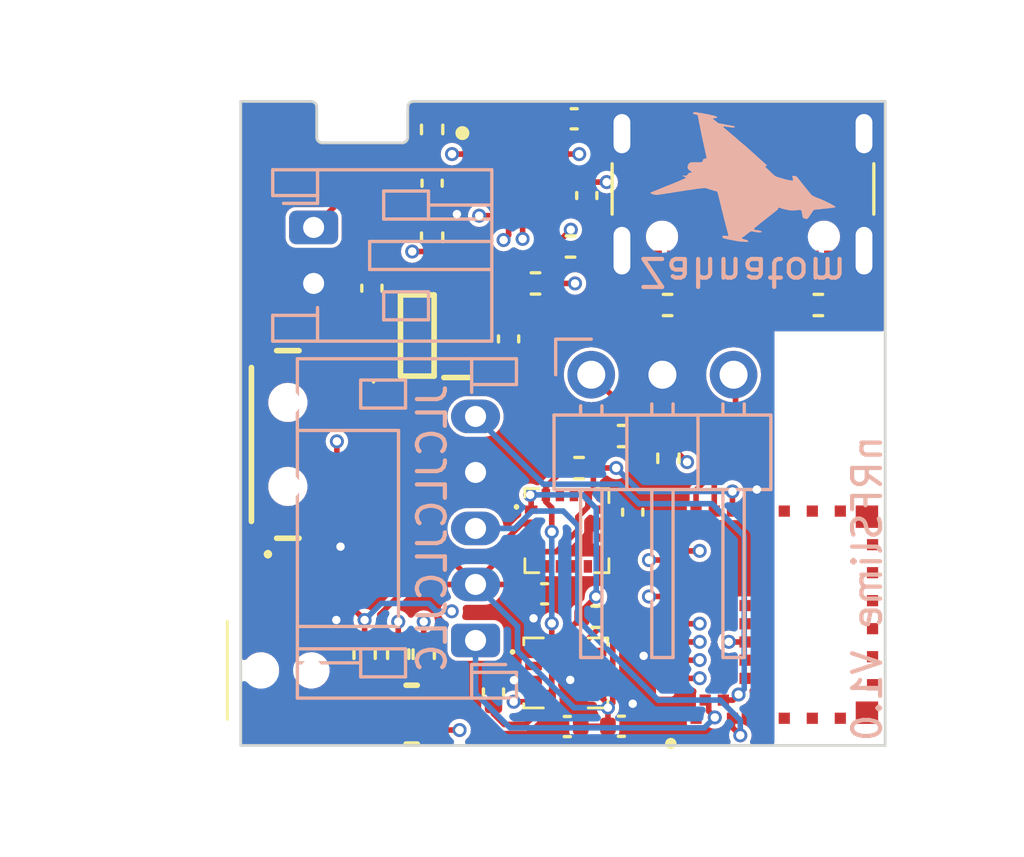
<source format=kicad_pcb>
(kicad_pcb (version 20221018) (generator pcbnew)
  (layers (0 "F.Cu" mixed) (1 "In1.Cu" signal) (2 "In2.Cu" signal) (31 "B.Cu" mixed) (34 "B.Paste" user) (35 "F.Paste" user) (36 "B.SilkS" user "B.Silkscreen") (37 "F.SilkS" user "F.Silkscreen") (38 "B.Mask" user) (39 "F.Mask" user) (44 "Edge.Cuts" user))
  (net 0 "")
  (net 1 "GND")
  (net 2 "INT")
  (net 3 "VDD")
  (net 4 "SCL")
  (net 5 "SDA")
  (net 6 "BAT+")
  (net 7 "VIN")
  (net 8 "SDAAUX")
  (net 9 "INT2")
  (net 10 "SCLAUX")
  (net 11 "RST")
  (net 12 "SWDIO")
  (net 13 "SWDCLK")
  (net 14 "ADCBAT")
  (net 15 "CHRGSET")
  (net 16 "CC1")
  (net 17 "CC2")
  (net 18 "VBUS")
  (net 19 "Net-(MAG1-CAP)")
  (net 38 "TS")
  (net 66 "Net-(nRF1-OUT_ANT)")
  (net 67 "LEDG")
  (net 68 "LEDCHG")
  (net 69 "/RED")
  (net 70 "/BLUE")
  (net 71 "/GREEN")
  (net 74 "LEDSTBY")
  (net 76 "EN2")
  (net 77 "EN1")
  (net 78 "ILIM")
  (net 79 "VCC")
  (footprint "Capacitor_SMD:C_0402_1005Metric" (layer "F.Cu") (at 108.99 66.67 90)
    (fp_text reference "C4" hide)
    (fp_text value "10uF")
  )
  (footprint "Resistor_SMD:R_0402_1005Metric" (layer "F.Cu") (at 110.265 64.745 -90)
    (fp_text reference "R9" hide)
    (fp_text value "51k")
  )
  (footprint "Capacitor_SMD:C_0402_1005Metric" (layer "F.Cu") (at 104.56 60.48 -90)
    (fp_text reference "C9" hide)
    (fp_text value "1uF")
  )
  (footprint "Resistor_SMD:R_0402_1005Metric" (layer "F.Cu") (at 101.53 71.74 -90)
    (fp_text reference "R10" hide)
    (fp_text value "120")
  )
  (footprint "Capacitor_SMD:C_0402_1005Metric" (layer "F.Cu") (at 108.585 74.315)
    (fp_text reference "C3" hide)
    (fp_text value "2.2uF")
  )
  (footprint "Resistor_SMD:R_0402_1005Metric" (layer "F.Cu") (at 101.83 56.85 90)
    (fp_text reference "R16" hide)
    (fp_text value "10k")
  )
  (footprint "Capacitor_SMD:C_0402_1005Metric" (layer "F.Cu") (at 105.845 69.585)
    (fp_text reference "C5" hide)
    (fp_text value "1uF")
  )
  (footprint "Capacitor_SMD:C_0402_1005Metric" (layer "F.Cu") (at 101.83 54.92 90)
    (fp_text reference "C7" hide)
    (fp_text value "10uF")
  )
  (footprint "Samacsys Library:ISP1507AXRS" (layer "F.Cu") (at 113.85 70.33 90)
    (fp_text reference "nRF1" hide)
    (fp_text value "ISP1507-AX-RS" hide)
  )
  (footprint "Samacsys Library:IIM42352" (layer "F.Cu") (at 106.6 72.41)
    (fp_text reference "IMU1" hide)
    (fp_text value "ICM-42688-V" hide)
  )
  (footprint "Samacsys Library:NHB2020RGBAHF" (layer "F.Cu") (at 101.1 73.9)
    (fp_text reference "LED1" hide)
    (fp_text value "NH-B2020RGBA-HF" hide)
  )
  (footprint "Resistor_SMD:R_0402_1005Metric" (layer "F.Cu") (at 107.685 70.405)
    (fp_text reference "R2" hide)
    (fp_text value "2.7k")
  )
  (footprint "Resistor_SMD:R_0402_1005Metric" (layer "F.Cu") (at 110.235 59.27 180)
    (fp_text reference "R5" hide)
    (fp_text value "5.1k")
  )
  (footprint "Samacsys Library:MMC5983MA" (layer "F.Cu") (at 106.64 67.33 90)
    (fp_text reference "MAG1" hide)
    (fp_text value "MMC5983MA" hide)
  )
  (footprint "Capacitor_SMD:C_0402_1005Metric" (layer "F.Cu") (at 99.68 58.67 90)
    (fp_text reference "C8" hide)
    (fp_text value "1uF")
  )
  (footprint "Resistor_SMD:R_0402_1005Metric" (layer "F.Cu") (at 106.77 57.18)
    (fp_text reference "R17" hide)
    (fp_text value "1.5k")
  )
  (footprint "Resistor_SMD:R_0402_1005Metric" (layer "F.Cu") (at 100.62 71.74 -90)
    (fp_text reference "R11" hide)
    (fp_text value "200")
  )
  (footprint "Samacsys Library:SKSCLBE010" (layer "F.Cu") (at 96.47 72.32 -90)
    (fp_text reference "RST1" hide)
    (fp_text value "SKSCLBE010" hide)
  )
  (footprint "Capacitor_SMD:C_0402_1005Metric" (layer "F.Cu") (at 107.35 55.36 -90)
    (fp_text reference "C10" hide)
    (fp_text value "10uF")
  )
  (footprint "Resistor_SMD:R_0402_1005Metric" (layer "F.Cu") (at 107.075 65.095)
    (fp_text reference "R1" hide)
    (fp_text value "2.7k")
  )
  (footprint "Samacsys Library:SSSS811101" (layer "F.Cu") (at 96.68 64.25 -90)
    (fp_text reference "SW1" hide)
    (fp_text value "SSSS811101" hide)
  )
  (footprint "Resistor_SMD:R_0402_1005Metric" (layer "F.Cu") (at 108.63 63.95)
    (fp_text reference "R8" hide)
    (fp_text value "100k")
  )
  (footprint "Capacitor_SMD:C_0402_1005Metric" (layer "F.Cu") (at 104.02 73.09 90)
    (fp_text reference "C1" hide)
    (fp_text value "10nF")
  )
  (footprint "Capacitor_SMD:C_0402_1005Metric" (layer "F.Cu") (at 106.655 74.325 180)
    (fp_text reference "C2" hide)
    (fp_text value "100nF")
  )
  (footprint "Resistor_SMD:R_0402_1005Metric" (layer "F.Cu") (at 115.615 59.27)
    (fp_text reference "R4" hide)
    (fp_text value "5.1k")
  )
  (footprint "Resistor_SMD:R_0402_1005Metric" (layer "F.Cu") (at 101.83 53 -90)
    (fp_text reference "R6" hide)
    (fp_text value "1.78k")
  )
  (footprint "Samacsys Library:SOT95P280X130-3N" (layer "F.Cu") (at 101.3 60.36 180)
    (fp_text reference "LDO1" hide)
    (fp_text value "XC6206P302MR" hide)
  )
  (footprint "Resistor_SMD:R_0402_1005Metric" (layer "F.Cu") (at 105.52 58.5 180)
    (fp_text reference "R7" hide)
    (fp_text value "200")
  )
  (footprint "Samacsys Library:QFN50P300X300X100-17N-D" (layer "F.Cu") (at 104.81 54.63)
    (fp_text reference "IC1" hide)
    (fp_text value "BQ24072RGTRG4" hide)
  )
  (footprint "Connector_USB:USB_C_Receptacle_GCT_USB4105-xx-A_16P_TopMnt_Horizontal" (layer "F.Cu") (at 112.925 54.225 180)
    (fp_text reference "USB1" hide)
    (fp_text value "USB_C_Receptacle_USB2.0")
  )
  (footprint "Capacitor_SMD:C_0402_1005Metric" (layer "F.Cu") (at 106.9 52.62 180)
    (fp_text reference "C6" hide)
    (fp_text value "10uF")
  )
  (footprint "Resistor_SMD:R_0402_1005Metric" (layer "F.Cu") (at 99.42 71.74 -90)
    (fp_text reference "R3" hide)
    (fp_text value "10k")
  )
  (footprint "Connector_PinHeader_2.54mm:PinHeader_1x03_P2.54mm_Horizontal" (layer "B.Cu") (at 107.51 61.76 -90)
    (fp_text reference "PROG1" hide)
    (fp_text value "Conn_01x03_Pin")
  )
  (footprint "LOGO" (layer "B.Cu") (at 112.925 54.725)
    (fp_text reference "G***" hide)
    (fp_text value "LOGO" hide)
  )
  (footprint "Connector_JST:JST_PH_S5B-PH-K_1x05_P2.00mm_Horizontal" (layer "B.Cu") (at 103.38 71.25 90)
    (fp_text reference "EXT1" hide)
    (fp_text value "Conn_01x05_Pin")
  )
  (footprint "Connector_JST:JST_PH_S2B-PH-K_1x02_P2.00mm_Horizontal" (layer "B.Cu") (at 97.6 56.5 -90)
    (fp_text reference "BAT1" hide)
    (fp_text value "Conn_01x02_Pin")
  )
  (gr_arc (start 97.51 52) (mid 97.651422 52.058578) (end 97.71 52.2) (stroke (width 0.1)) (layer "Edge.Cuts"))
  (gr_arc (start 100.961422 53.28) (mid 100.902844 53.421422) (end 100.761422 53.48) (stroke (width 0.1)) (layer "Edge.Cuts"))
  (gr_arc (start 100.961422 52.2) (mid 101.02 52.058578) (end 101.161422 52) (stroke (width 0.1)) (layer "Edge.Cuts"))
  (gr_line (start 97.91 53.48) (end 100.761422 53.48) (stroke (width 0.1)) (layer "Edge.Cuts"))
  (gr_line (start 101.161422 52) (end 118 52) (stroke (width 0.1)) (layer "Edge.Cuts"))
  (gr_line (start 100.961422 52.2) (end 100.961422 53.28) (stroke (width 0.1)) (layer "Edge.Cuts"))
  (gr_arc (start 97.91 53.48) (mid 97.768578 53.421422) (end 97.71 53.28) (stroke (width 0.1)) (layer "Edge.Cuts"))
  (gr_line (start 95 52) (end 97.51 52) (stroke (width 0.1)) (layer "Edge.Cuts"))
  (gr_line (start 118 52) (end 118 75) (stroke (width 0.1)) (layer "Edge.Cuts"))
  (gr_line (start 118 75) (end 95 75) (stroke (width 0.1)) (layer "Edge.Cuts"))
  (gr_line (start 97.71 52.2) (end 97.71 53.28) (stroke (width 0.1)) (layer "Edge.Cuts"))
  (gr_line (start 95 75) (end 95 52) (stroke (width 0.1)) (layer "Edge.Cuts"))
  (gr_text "nRFSlime V1.0" (at 117.95 74.95 90) (layer "B.SilkS") (effects (font (size 1 1)) (justify right bottom mirror)))
  (gr_text "JLCJLCJLCJLC" (at 101.83 67.25 90) (layer "B.SilkS") (effects (font (size 1 1)) (justify mirror)))
  (gr_text "Zahnatom" (at 112.92 58.08 180) (layer "B.SilkS") (effects (font (size 1 1)) (justify mirror)))
  (segment (start 107.253 69.057) (end 107.767 69.057) (width 0.2) (layer "F.Cu") (net 1))
  (segment (start 113 68.055) (end 113.325 67.73) (width 0.2) (layer "F.Cu") (net 1))
  (segment (start 113.65 73.63) (end 113.45 73.83) (width 0.2) (layer "F.Cu") (net 1))
  (segment (start 113 68.055) (end 113 69.355) (width 0.2) (layer "F.Cu") (net 1))
  (segment (start 105.45 70.46) (end 105.45 71.66) (width 0.2) (layer "F.Cu") (net 1))
  (segment (start 101.29 54.98) (end 101.83 54.44) (width 0.2) (layer "F.Cu") (net 1))
  (segment (start 107.46 72.66) (end 107.75 72.66) (width 0.2) (layer "F.Cu") (net 1))
  (segment (start 99.68 58.19) (end 99.37 58.5) (width 0.2) (layer "F.Cu") (net 1))
  (segment (start 99.76 56.34) (end 97.6 58.5) (width 0.2) (layer "F.Cu") (net 1))
  (segment (start 109.065 73.585) (end 108.99 73.51) (width 0.2) (layer "F.Cu") (net 1))
  (segment (start 98.41 70.52) (end 97.27 70.52) (width 0.2) (layer "F.Cu") (net 1))
  (segment (start 107.1 73.31) (end 107.1 73.02) (width 0.2) (layer "F.Cu") (net 1))
  (segment (start 102.385 56.025) (end 102.715 56.025) (width 0.2) (layer "F.Cu") (net 1))
  (segment (start 116.125 59.27) (end 116.125 57.905) (width 0.2) (layer "F.Cu") (net 1))
  (segment (start 104.21 61.31) (end 102.7 61.31) (width 0.2) (layer "F.Cu") (net 1))
  (segment (start 107.463 68.053) (end 107.463 67.107) (width 0.2) (layer "F.Cu") (net 1))
  (segment (start 107.38 52.62) (end 108.075 52.62) (width 0.2) (layer "F.Cu") (net 1))
  (segment (start 96.25 57.65) (end 96.25 55.83) (width 0.2) (layer "F.Cu") (net 1))
  (segment (start 98.56 67.9) (end 97.78 67.9) (width 0.2) (layer "F.Cu") (net 1))
  (segment (start 107.915 67.08) (end 108.2 67.08) (width 0.2) (layer "F.Cu") (net 1))
  (segment (start 99.37 58.5) (end 97.6 58.5) (width 0.2) (layer "F.Cu") (net 1))
  (segment (start 97.1 58.5) (end 96.25 57.65) (width 0.2) (layer "F.Cu") (net 1))
  (segment (start 102.7 61.31) (end 102.278 61.732) (width 0.2) (layer "F.Cu") (net 1))
  (segment (start 113.325 67.73) (end 113.65 67.73) (width 0.2) (layer "F.Cu") (net 1))
  (segment (start 98.42 72.32) (end 98.42 71.67) (width 0.2) (layer "F.Cu") (net 1))
  (segment (start 107.915 68.909) (end 107.915 68.08) (width 0.2) (layer "F.Cu") (net 1))
  (segment (start 110.35 66.83) (end 110.577 67.057) (width 0.2) (layer "F.Cu") (net 1))
  (segment (start 104.56 60.96) (end 104.21 61.31) (width 0.2) (layer "F.Cu") (net 1))
  (segment (start 113.65 67.03) (end 113.45 66.83) (width 0.2) (layer "F.Cu") (net 1))
  (segment (start 102.07 56.34) (end 102.385 56.025) (width 0.2) (layer "F.Cu") (net 1))
  (segment (start 109.725 57.905) (end 109.18 57.905) (width 0.2) (layer "F.Cu") (net 1))
  (segment (start 113 69.355) (end 113.155 69.355) (width 0.25) (layer "F.Cu") (net 1))
  (segment (start 101.83 54.44) (end 101.83 53.51) (width 0.2) (layer "F.Cu") (net 1))
  (segment (start 113.65 72.93) (end 113.65 73.63) (width 0.2) (layer "F.Cu") (net 1))
  (segment (start 110.265 66.745) (end 110.35 66.83) (width 0.2) (layer "F.Cu") (net 1))
  (segment (start 103.36 55.38) (end 104.06 55.38) (width 0.2) (layer "F.Cu") (net 1))
  (segment (start 116.125 57.905) (end 116.67 57.905) (width 0.2) (layer "F.Cu") (net 1))
  (segment (start 107.915 68.08) (end 107.49 68.08) (width 0.2) (layer "F.Cu") (net 1))
  (segment (start 107.49 68.08) (end 107.463 68.053) (width 0.2) (layer "F.Cu") (net 1))
  (segment (start 108.2 67.08) (end 108.99 66.29) (width 0.2) (layer "F.Cu") (net 1))
  (segment (start 105.56 56.08) (end 105.56 55.38) (width 0.2) (layer "F.Cu") (net 1))
  (segment (start 101.83 56.34) (end 99.76 56.34) (width 0.2) (layer "F.Cu") (net 1))
  (segment (start 109.18 57.905) (end 108.605 57.33) (width 0.2) (layer "F.Cu") (net 1))
  (segment (start 95.58 67.9) (end 97.78 67.9) (width 0.2) (layer "F.Cu") (net 1))
  (segment (start 104.56 53.18) (end 104.56 54.38) (width 0.2) (layer "F.Cu") (net 1))
  (segment (start 98.42 72.97) (end 98.42 72.32) (width 0.2) (layer "F.Cu") (net 1))
  (segment (start 108.075 52.62) (end 108.605 53.15) (width 0.2) (layer "F.Cu") (net 1))
  (segment (start 107.1 73.02) (end 107.46 72.66) (width 0.2) (layer "F.Cu") (net 1))
  (segment (start 106.6 73.31) (end 107.1 73.31) (width 0.2) (layer "F.Cu") (net 1))
  (segment (start 107.28 57.18) (end 108.455 57.18) (width 0.2) (layer "F.Cu") (net 1))
  (segment (start 104.02 72.61) (end 104.97 71.66) (width 0.2) (layer "F.Cu") (net 1))
  (segment (start 113.45 66.83) (end 113.45 65.89) (width 0.2) (layer "F.Cu") (net 1))
  (segment (start 106.6 73.9) (end 106.6 73.31) (width 0.2) (layer "F.Cu") (net 1))
  (segment (start 110.577 67.057) (end 113.223 67.057) (width 0.2) (layer "F.Cu") (net 1))
  (segment (start 104.06 55.38) (end 104.81 54.63) (width 0.2) (layer "F.Cu") (net 1))
  (segment (start 109.065 74.315) (end 109.865 74.315) (width 0.2) (layer "F.Cu") (net 1))
  (segment (start 109.065 74.315) (end 109.065 73.585) (width 0.2) (layer "F.Cu") (net 1))
  (segment (start 95.58 67.9) (end 95.58 60.6) (width 0.2) (layer "F.Cu") (net 1))
  (segment (start 116.67 57.905) (end 117.245 57.33) (width 0.2) (layer "F.Cu") (net 1))
  (segment (start 97.6 58.5) (end 97.1 58.5) (width 0.2) (layer "F.Cu") (net 1))
  (segment (start 102.278 64.148) (end 103.38 65.25) (width 0.2) (layer "F.Cu") (net 1))
  (segment (start 109.39 66.19) (end 110.03 66.83) (width 0.2) (layer "F.Cu") (net 1))
  (segment (start 113.223 67.057) (end 113.45 66.83) (width 0.2) (layer "F.Cu") (net 1))
  (segment (start 106.725 69.585) (end 107.253 69.057) (width 0.2) (layer "F.Cu") (net 1))
  (segment (start 107.49 67.08) (end 107.915 67.08) (width 0.2) (layer "F.Cu") (net 1))
  (segment (start 106.325 69.585) (end 106.725 69.585) (width 0.2) (layer "F.Cu") (net 1))
  (segment (start 109.865 74.315) (end 110.35 73.83) (width 0.2) (layer "F.Cu") (net 1))
  (segment (start 104.97 71.66) (end 105.45 71.66) (width 0.2) (layer "F.Cu") (net 1))
  (segment (start 108.99 66.19) (end 109.39 66.19) (width 0.2) (layer "F.Cu") (net 1))
  (segment (start 113.65 69.68) (end 113.65 72.93) (width 0.2) (layer "F.Cu") (net 1))
  (segment (start 113.65 67.73) (end 113.65 67.03) (width 0.2) (layer "F.Cu") (net 1))
  (segment (start 104.56 54.38) (end 104.81 54.63) (width 0.2) (layer "F.Cu") (net 1))
  (segment (start 97.1 54.98) (end 101.29 54.98) (width 0.2) (layer "F.Cu") (net 1))
  (segment (start 110.03 66.83) (end 110.35 66.83) (width 0.2) (layer "F.Cu") (net 1))
  (segment (start 113.45 65.89) (end 113.42 65.86) (width 0.2) (layer "F.Cu") (net 1))
  (segment (start 113.48 69.68) (end 113.65 69.68) (width 0.25) (layer "F.Cu") (net 1))
  (segment (start 106.325 69.585) (end 105.45 70.46) (width 0.2) (layer "F.Cu") (net 1))
  (segment (start 103.36 55.38) (end 102.715 56.025) (width 0.2) (layer "F.Cu") (net 1))
  (segment (start 105.56 55.38) (end 104.81 54.63) (width 0.2) (layer "F.Cu") (net 1))
  (segment (start 101.83 56.34) (end 102.07 56.34) (width 0.2) (layer "F.Cu") (net 1))
  (segment (start 97.27 74.12) (end 98.42 72.97) (width 0.2) (layer "F.Cu") (net 1))
  (segment (start 102.278 61.732) (end 102.278 64.148) (width 0.2) (layer "F.Cu") (net 1))
  (segment (start 106.175 74.325) (end 106.6 73.9) (width 0.2) (layer "F.Cu") (net 1))
  (segment (start 98.42 71.67) (end 97.27 70.52) (width 0.2) (layer "F.Cu") (net 1))
  (segment (start 113.155 69.355) (end 113.48 69.68) (width 0.25) (layer "F.Cu") (net 1))
  (segment (start 108.455 57.18) (end 108.605 57.33) (width 0.2) (layer "F.Cu") (net 1))
  (segment (start 109.725 59.27) (end 109.725 57.905) (width 0.2) (layer "F.Cu") (net 1))
  (segment (start 107.767 69.057) (end 107.915 68.909) (width 0.2) (layer "F.Cu") (net 1))
  (segment (start 109.735 57.915) (end 109.725 57.905) (width 0.2) (layer "F.Cu") (net 1))
  (segment (start 107.463 67.107) (end 107.49 67.08) (width 0.2) (layer "F.Cu") (net 1))
  (segment (start 110.265 65.255) (end 110.265 66.745) (width 0.2) (layer "F.Cu") (net 1))
  (segment (start 95.58 60.6) (end 97.78 60.6) (width 0.2) (layer "F.Cu") (net 1))
  (segment (start 96.25 55.83) (end 97.1 54.98) (width 0.2) (layer "F.Cu") (net 1))
  (segment (start 108.99 66.29) (end 108.99 66.19) (width 0.2) (layer "F.Cu") (net 1))
  (segment (start 106.76 72.66) (end 106.6 72.82) (width 0.2) (layer "F.Cu") (net 1))
  (segment (start 106.6 72.82) (end 106.6 73.31) (width 0.2) (layer "F.Cu") (net 1))
  (via (at 108.99 73.51) (size 0.5) (drill 0.3) (layers "F.Cu" "B.Cu") (net 1))
  (via (at 98.56 67.9) (size 0.5) (drill 0.3) (layers "F.Cu" "B.Cu") (net 1))
  (via (at 105.45 70.46) (size 0.5) (drill 0.3) (layers "F.Cu" "B.Cu") (net 1))
  (via (at 109.38 71.8) (size 0.5) (drill 0.3) (layers "F.Cu" "B.Cu") (net 1))
  (via (at 106.76 72.66) (size 0.5) (drill 0.3) (layers "F.Cu" "B.Cu") (net 1))
  (via (at 104.75 72.67) (size 0.5) (drill 0.3) (layers "F.Cu" "B.Cu") (net 1))
  (via (at 102.715 56.025) (size 0.5) (drill 0.3) (layers "F.Cu" "B.Cu") (net 1))
  (via (at 98.41 70.52) (size 0.5) (drill 0.3) (layers "F.Cu" "B.Cu") (net 1))
  (via (at 113.42 65.86) (size 0.5) (drill 0.3) (layers "F.Cu" "B.Cu") (net 1))
  (segment (start 98.41 70.52) (end 98.41 69.94) (width 0.2) (layer "B.Cu") (net 1))
  (segment (start 106.76 72.66) (end 105.45 71.35) (width 0.2) (layer "B.Cu") (net 1))
  (segment (start 98.14 68.32) (end 98.56 67.9) (width 0.2) (layer "B.Cu") (net 1))
  (segment (start 106.76 72.66) (end 108.25 72.66) (width 0.2) (layer "B.Cu") (net 1))
  (segment (start 113.42 65.86) (end 113.42 65.06) (width 0.2) (layer "B.Cu") (net 1))
  (segment (start 105.45 71.35) (end 105.45 70.46) (width 0.2) (layer "B.Cu") (net 1))
  (segment (start 102.715 56.025) (end 105.59 53.15) (width 0.2) (layer "B.Cu") (net 1))
  (segment (start 98.14 69.67) (end 98.14 68.32) (width 0.2) (layer "B.Cu") (net 1))
  (segment (start 108.25 72.66) (end 108.99 73.4) (width 0.2) (layer "B.Cu") (net 1))
  (segment (start 99.06 67.9) (end 101.71 65.25) (width 0.2) (layer "B.Cu") (net 1))
  (segment (start 101.71 65.25) (end 103.38 65.25) (width 0.2) (layer "B.Cu") (net 1))
  (segment (start 105.59 53.15) (end 108.605 53.15) (width 0.2) (layer "B.Cu") (net 1))
  (segment (start 113.42 65.06) (end 110.12 61.76) (width 0.2) (layer "B.Cu") (net 1))
  (segment (start 108.99 73.4) (end 108.99 73.51) (width 0.2) (layer "B.Cu") (net 1))
  (segment (start 98.56 67.9) (end 99.06 67.9) (width 0.2) (layer "B.Cu") (net 1))
  (segment (start 110.12 61.76) (end 110.05 61.76) (width 0.2) (layer "B.Cu") (net 1))
  (segment (start 98.41 69.94) (end 98.14 69.67) (width 0.2) (layer "B.Cu") (net 1))
  (segment (start 110.05 58.775) (end 108.605 57.33) (width 0.2) (layer "B.Cu") (net 1))
  (segment (start 117.245 57.33) (end 117.245 53.15) (width 0.2) (layer "B.Cu") (net 1))
  (segment (start 108.605 57.33) (end 108.605 53.15) (width 0.2) (layer "B.Cu") (net 1))
  (segment (start 117.245 53.15) (end 108.605 53.15) (width 0.2) (layer "B.Cu") (net 1))
  (segment (start 110.05 61.76) (end 110.05 58.775) (width 0.2) (layer "B.Cu") (net 1))
  (segment (start 111.375 71.305) (end 111.38 71.3) (width 0.2) (layer "F.Cu") (net 2))
  (segment (start 110.8 71.305) (end 111.375 71.305) (width 0.2) (layer "F.Cu") (net 2))
  (segment (start 105.17 73.44) (end 104.74 73.44) (width 0.2) (layer "F.Cu") (net 2))
  (segment (start 105.45 73.16) (end 105.17 73.44) (width 0.2) (layer "F.Cu") (net 2))
  (via (at 104.74 73.44) (size 0.5) (drill 0.3) (layers "F.Cu" "B.Cu") (net 2))
  (via (at 111.38 71.3) (size 0.5) (drill 0.3) (layers "F.Cu" "B.Cu") (net 2))
  (segment (start 105.365 69.585) (end 105.365 68.08) (width 0.2) (layer "F.Cu") (net 3))
  (segment (start 105.365 68.08) (end 106.26458 68.08) (width 0.2) (layer "F.Cu") (net 3))
  (segment (start 101.04 69.25) (end 103.38 69.25) (width 0.2) (layer "F.Cu") (net 3))
  (segment (start 105.16 74.25) (end 106.1 73.31) (width 0.2) (layer "F.Cu") (net 3))
  (segment (start 103.38 69.25) (end 103.38 69.18) (width 0.2) (layer "F.Cu") (net 3))
  (segment (start 99.967 70.323) (end 101.04 69.25) (width 0.2) (layer "F.Cu") (net 3))
  (segment (start 99.42 72.25) (end 99.967 71.703) (width 0.2) (layer "F.Cu") (net 3))
  (segment (start 108.105 74.315) (end 108.105 73.65) (width 0.2) (layer "F.Cu") (net 3))
  (segment (start 107.03 66.84) (end 107.39 66.48) (width 0.2) (layer "F.Cu") (net 3))
  (segment (start 101.06 66.93) (end 103.38 69.25) (width 0.2) (layer "F.Cu") (net 3))
  (segment (start 107.03 67.31458) (end 107.03 66.84) (width 0.2) (layer "F.Cu") (net 3))
  (segment (start 107.585 65.86) (end 107.39 66.055) (width 0.2) (layer "F.Cu") (net 3))
  (segment (start 108.105 73.65) (end 108.277 73.478) (width 0.2) (layer "F.Cu") (net 3))
  (segment (start 105.365 69.585) (end 105.03 69.25) (width 0.2) (layer "F.Cu") (net 3))
  (segment (start 112.55 65.93) (end 112.55 66.63) (width 0.2) (layer "F.Cu") (net 3))
  (segment (start 103.38 69.18) (end 104.49 68.07) (width 0.2) (layer "F.Cu") (net 3))
  (segment (start 108.105 73.515) (end 107.75 73.16) (width 0.2) (layer "F.Cu") (net 3))
  (segment (start 106.363 72.037) (end 106.933 72.037) (width 0.2) (layer "F.Cu") (net 3))
  (segment (start 99.42 72.52) (end 100.25 73.35) (width 0.2) (layer "F.Cu") (net 3))
  (segment (start 107.59 65.09) (end 107.585 65.095) (width 0.2) (layer "F.Cu") (net 3))
  (segment (start 104.49 67.626) (end 105.036 67.08) (width 0.2) (layer "F.Cu") (net 3))
  (segment (start 106.26458 68.08) (end 107.03 67.31458) (width 0.2) (layer "F.Cu") (net 3))
  (segment (start 105.03 69.25) (end 103.38 69.25) (width 0.2) (layer "F.Cu") (net 3))
  (segment (start 104.02 73.57) (end 104.02 73.87) (width 0.2) (layer "F.Cu") (net 3))
  (segment (start 108.105 74.315) (end 107.145 74.315) (width 0.2) (layer "F.Cu") (net 3))
  (segment (start 101.06 61.05) (end 101.06 66.93) (width 0.2) (layer "F.Cu") (net 3))
  (segment (start 107.585 65.095) (end 107.585 65.86) (width 0.2) (layer "F.Cu") (net 3))
  (segment (start 108.277 70.487) (end 108.195 70.405) (width 0.2) (layer "F.Cu") (net 3))
  (segment (start 108.105 73.65) (end 108.105 73.515) (width 0.2) (layer "F.Cu") (net 3))
  (segment (start 99.967 71.703) (end 99.967 70.323) (width 0.2) (layer "F.Cu") (net 3))
  (segment (start 106.1 73.31) (end 106.1 72.3) (width 0.2) (layer "F.Cu") (net 3))
  (segment (start 107.1 71.5) (end 108.195 70.405) (width 0.2) (layer "F.Cu") (net 3))
  (segment (start 108.4 65.09) (end 107.59 65.09) (width 0.2) (layer "F.Cu") (net 3))
  (segment (start 107.145 74.315) (end 107.135 74.325) (width 0.2) (layer "F.Cu") (net 3))
  (segment (start 107.39 66.48) (end 107.39 66.055) (width 0.2) (layer "F.Cu") (net 3))
  (segment (start 104.02 73.87) (end 104.4 74.25) (width 0.2) (layer "F.Cu") (net 3))
  (segment (start 108.277 73.478) (end 108.277 70.487) (width 0.2) (layer "F.Cu") (net 3))
  (segment (start 104.4 74.25) (end 105.16 74.25) (width 0.2) (layer "F.Cu") (net 3))
  (segment (start 106.1 72.3) (end 106.363 72.037) (width 0.2) (layer "F.Cu") (net 3))
  (segment (start 103.97 59.41) (end 104.56 60) (width 0.2) (layer "F.Cu") (net 3))
  (segment (start 107.1 71.87) (end 107.1 71.51) (width 0.2) (layer "F.Cu") (net 3))
  (segment (start 102.7 59.41) (end 101.06 61.05) (width 0.2) (layer "F.Cu") (net 3))
  (segment (start 102.7 59.41) (end 103.97 59.41) (width 0.2) (layer "F.Cu") (net 3))
  (segment (start 99.42 72.25) (end 99.42 72.52) (width 0.2) (layer "F.Cu") (net 3))
  (segment (start 104.49 68.07) (end 104.49 67.626) (width 0.2) (layer "F.Cu") (net 3))
  (segment (start 107.1 71.51) (end 107.1 71.5) (width 0.2) (layer "F.Cu") (net 3))
  (segment (start 105.036 67.08) (end 105.365 67.08) (width 0.2) (layer "F.Cu") (net 3))
  (segment (start 106.933 72.037) (end 107.1 71.87) (width 0.2) (layer "F.Cu") (net 3))
  (via (at 108.105 73.65) (size 0.5) (drill 0.3) (layers "F.Cu" "B.Cu") (net 3))
  (via (at 112.55 65.93) (size 0.5) (drill 0.3) (layers "F.Cu" "B.Cu") (net 3))
  (via (at 108.4 65.09) (size 0.5) (drill 0.3) (layers "F.Cu" "B.Cu") (net 3))
  (segment (start 104.88 71.64) (end 104.88 70.75) (width 0.2) (layer "B.Cu") (net 3))
  (segment (start 108.105 73.65) (end 106.89 73.65) (width 0.2) (layer "B.Cu") (net 3))
  (segment (start 112.55 65.93) (end 109.24 65.93) (width 0.2) (layer "B.Cu") (net 3))
  (segment (start 104.88 70.75) (end 103.38 69.25) (width 0.2) (layer "B.Cu") (net 3))
  (segment (start 109.24 65.93) (end 108.4 65.09) (width 0.2) (layer "B.Cu") (net 3))
  (segment (start 106.89 73.65) (end 104.88 71.64) (width 0.2) (layer "B.Cu") (net 3))
  (segment (start 111.375 72.605) (end 111.38 72.6) (width 0.2) (layer "F.Cu") (net 4))
  (segment (start 107.175 70.405) (end 106.6 70.98) (width 0.2) (layer "F.Cu") (net 4))
  (segment (start 106.6 70.98) (end 106.6 71.51) (width 0.2) (layer "F.Cu") (net 4))
  (segment (start 105.365 66.085) (end 105.33 66.05) (width 0.2) (layer "F.Cu") (net 4))
  (segment (start 105.365 66.58) (end 105.365 66.085) (width 0.2) (layer "F.Cu") (net 4))
  (segment (start 107.175 70.195) (end 107.175 70.405) (width 0.2) (layer "F.Cu") (net 4))
  (segment (start 107.68 69.69) (end 107.175 70.195) (width 0.2) (layer "F.Cu") (net 4))
  (segment (start 110.8 72.605) (end 111.375 72.605) (width 0.2) (layer "F.Cu") (net 4))
  (via (at 107.68 69.69) (size 0.5) (drill 0.3) (layers "F.Cu" "B.Cu") (net 4))
  (via (at 105.33 66.05) (size 0.5) (drill 0.3) (layers "F.Cu" "B.Cu") (net 4))
  (via (at 111.38 72.6) (size 0.5) (drill 0.3) (layers "F.Cu" "B.Cu") (net 4))
  (segment (start 107.2 66.05) (end 105.33 66.05) (width 0.2) (layer "B.Cu") (net 4))
  (segment (start 107.687525 66.537525) (end 107.2 66.05) (width 0.2) (layer "B.Cu") (net 4))
  (segment (start 107.68 69.69) (end 107.687525 69.682475) (width 0.2) (layer "B.Cu") (net 4))
  (segment (start 107.687525 69.682475) (end 107.687525 66.537525) (width 0.2) (layer "B.Cu") (net 4))
  (segment (start 105.89 66.3) (end 105.89 66.055) (width 0.2) (layer "F.Cu") (net 5))
  (segment (start 110.8 71.955) (end 111.375 71.955) (width 0.2) (layer "F.Cu") (net 5))
  (segment (start 106.565 65.095) (end 105.89 65.77) (width 0.2) (layer "F.Cu") (net 5))
  (segment (start 105.89 65.77) (end 105.89 66.055) (width 0.2) (layer "F.Cu") (net 5))
  (segment (start 106.1 67.37) (end 106.1 66.51) (width 0.2) (layer "F.Cu") (net 5))
  (segment (start 106.1 70.64) (end 106.1 71.51) (width 0.2) (layer "F.Cu") (net 5))
  (segment (start 111.375 71.955) (end 111.38 71.95) (width 0.2) (layer "F.Cu") (net 5))
  (segment (start 106.1 66.51) (end 105.89 66.3) (width 0.2) (layer "F.Cu") (net 5))
  (via (at 111.38 71.95) (size 0.5) (drill 0.3) (layers "F.Cu" "B.Cu") (net 5))
  (via (at 106.1 70.64) (size 0.5) (drill 0.3) (layers "F.Cu" "B.Cu") (net 5))
  (via (at 106.1 67.37) (size 0.5) (drill 0.3) (layers "F.Cu" "B.Cu") (net 5))
  (segment (start 106.1 67.37) (end 106.1 70.64) (width 0.2) (layer "B.Cu") (net 5))
  (segment (start 103.36 54.88) (end 103.36 54.38) (width 0.2) (layer "F.Cu") (net 6))
  (segment (start 98.7 55.4) (end 101.83 55.4) (width 0.2) (layer "F.Cu") (net 6))
  (segment (start 101.83 55.4) (end 102.35 54.88) (width 0.2) (layer "F.Cu") (net 6))
  (segment (start 102.35 54.88) (end 103.36 54.88) (width 0.2) (layer "F.Cu") (net 6))
  (segment (start 97.6 56.5) (end 98.7 55.4) (width 0.2) (layer "F.Cu") (net 6))
  (segment (start 99.9 65.03) (end 98.43 66.5) (width 0.2) (layer "F.Cu") (net 7))
  (segment (start 106.68 63.95) (end 108.12 63.95) (width 0.2) (layer "F.Cu") (net 7))
  (segment (start 99.9 60.36) (end 99.9 65.03) (width 0.2) (layer "F.Cu") (net 7))
  (segment (start 103.67 58.32) (end 104.64 59.29) (width 0.2) (layer "F.Cu") (net 7))
  (segment (start 100.51 58.32) (end 103.67 58.32) (width 0.2) (layer "F.Cu") (net 7))
  (segment (start 105.89 63.16) (end 106.68 63.95) (width 0.2) (layer "F.Cu") (net 7))
  (segment (start 104.64 59.29) (end 105.27 59.29) (width 0.2) (layer "F.Cu") (net 7))
  (segment (start 99.68 59.15) (end 100.51 58.32) (width 0.2) (layer "F.Cu") (net 7))
  (segment (start 105.27 59.29) (end 105.89 59.91) (width 0.2) (layer "F.Cu") (net 7))
  (segment (start 99.9 60.36) (end 99.9 59.37) (width 0.2) (layer "F.Cu") (net 7))
  (segment (start 99.9 59.37) (end 99.68 59.15) (width 0.2) (layer "F.Cu") (net 7))
  (segment (start 105.89 59.91) (end 105.89 63.16) (width 0.2) (layer "F.Cu") (net 7))
  (segment (start 111.92 74) (end 111.92 73.99) (width 0.2) (layer "F.Cu") (net 8))
  (segment (start 111.92 73.99) (end 111.702 73.772) (width 0.2) (layer "F.Cu") (net 8))
  (segment (start 111.702 73.507) (end 111.575 73.38) (width 0.2) (layer "F.Cu") (net 8))
  (segment (start 111.702 73.772) (end 111.702 73.507) (width 0.2) (layer "F.Cu") (net 8))
  (segment (start 111.575 73.38) (end 111.58 73.38) (width 0.2) (layer "F.Cu") (net 8))
  (via (at 111.92 74) (size 0.5) (drill 0.3) (layers "F.Cu" "B.Cu") (net 8))
  (segment (start 111.55 74.37) (end 104.61 74.37) (width 0.2) (layer "B.Cu") (net 8))
  (segment (start 111.92 74) (end 111.55 74.37) (width 0.2) (layer "B.Cu") (net 8))
  (segment (start 104.61 74.37) (end 103.38 73.14) (width 0.2) (layer "B.Cu") (net 8))
  (segment (start 103.38 73.14) (end 103.38 71.25) (width 0.2) (layer "B.Cu") (net 8))
  (segment (start 112.83 74.64) (end 112.55 74.36) (width 0.2) (layer "F.Cu") (net 9))
  (segment (start 112.55 74.36) (end 112.55 74.21) (width 0.2) (layer "F.Cu") (net 9))
  (via (at 112.83 74.64) (size 0.5) (drill 0.3) (layers "F.Cu" "B.Cu") (net 9))
  (segment (start 106.51 66.63) (end 105.4 66.63) (width 0.2) (layer "B.Cu") (net 9))
  (segment (start 107.03 67.15) (end 106.51 66.63) (width 0.2) (layer "B.Cu") (net 9))
  (segment (start 105.4 66.63) (end 104.78 67.25) (width 0.2) (layer "B.Cu") (net 9))
  (segment (start 112.83 74.1) (end 112.11 73.38) (width 0.2) (layer "B.Cu") (net 9))
  (segment (start 107.03 70.51) (end 107.03 67.15) (width 0.2) (layer "B.Cu") (net 9))
  (segment (start 104.78 67.25) (end 103.38 67.25) (width 0.2) (layer "B.Cu") (net 9))
  (segment (start 109.9 73.38) (end 107.03 70.51) (width 0.2) (layer "B.Cu") (net 9))
  (segment (start 112.83 74.64) (end 112.83 74.1) (width 0.2) (layer "B.Cu") (net 9))
  (segment (start 112.11 73.38) (end 109.9 73.38) (width 0.2) (layer "B.Cu") (net 9))
  (segment (start 112.225 73.38) (end 112.568501 73.38) (width 0.2) (layer "F.Cu") (net 10))
  (segment (start 112.568501 73.38) (end 112.768334 73.180167) (width 0.2) (layer "F.Cu") (net 10))
  (via (at 112.768334 73.180167) (size 0.5) (drill 0.3) (layers "F.Cu" "B.Cu") (net 10))
  (segment (start 111.817 66.367) (end 109.214552 66.367) (width 0.2) (layer "B.Cu") (net 10))
  (segment (start 112.768333 73.180167) (end 112.97 72.9785) (width 0.2) (layer "B.Cu") (net 10))
  (segment (start 112.768334 73.180167) (end 112.97 72.978501) (width 0.2) (layer "B.Cu") (net 10))
  (segment (start 112.97 67.52) (end 111.817 66.367) (width 0.2) (layer "B.Cu") (net 10))
  (segment (start 109.214552 66.367) (end 108.517552 65.67) (width 0.2) (layer "B.Cu") (net 10))
  (segment (start 112.97 72.978501) (end 112.97 72.9785) (width 0.2) (layer "B.Cu") (net 10))
  (segment (start 112.97 72.9785) (end 112.97 67.52) (width 0.2) (layer "B.Cu") (net 10))
  (segment (start 108.517552 65.67) (end 105.8 65.67) (width 0.2) (layer "B.Cu") (net 10))
  (segment (start 105.8 65.67) (end 103.38 63.25) (width 0.2) (layer "B.Cu") (net 10))
  (segment (start 98.09 69.19) (end 99.42 70.52) (width 0.2) (layer "F.Cu") (net 11))
  (segment (start 96.39 69.19) (end 98.09 69.19) (width 0.2) (layer "F.Cu") (net 11))
  (segment (start 96.47 71.02) (end 95.97 70.52) (width 0.2) (layer "F.Cu") (net 11))
  (segment (start 99.42 70.47) (end 99.42 71.23) (width 0.2) (layer "F.Cu") (net 11))
  (segment (start 112.425 71.305) (end 112.42 71.3) (width 0.2) (layer "F.Cu") (net 11))
  (segment (start 95.97 69.61) (end 96.39 69.19) (width 0.2) (layer "F.Cu") (net 11))
  (segment (start 113 71.305) (end 112.425 71.305) (width 0.2) (layer "F.Cu") (net 11))
  (segment (start 95.97 74.12) (end 96.47 73.62) (width 0.2) (layer "F.Cu") (net 11))
  (segment (start 95.97 70.52) (end 95.97 69.61) (width 0.2) (layer "F.Cu") (net 11))
  (segment (start 96.47 73.62) (end 96.47 71.02) (width 0.2) (layer "F.Cu") (net 11))
  (via (at 99.42 70.52) (size 0.5) (drill 0.3) (layers "F.Cu" "B.Cu") (net 11))
  (via (at 102.53 70.21) (size 0.5) (drill 0.3) (layers "F.Cu" "B.Cu") (net 11))
  (via (at 112.42 71.3) (size 0.5) (drill 0.3) (layers "F.Cu" "B.Cu") (net 11))
  (segment (start 101.99 70.21) (end 101.71 69.93) (width 0.2) (layer "B.Cu") (net 11))
  (segment (start 100.01 69.93) (end 99.42 70.52) (width 0.2) (layer "B.Cu") (net 11))
  (segment (start 101.71 69.93) (end 100.01 69.93) (width 0.2) (layer "B.Cu") (net 11))
  (segment (start 102.53 70.21) (end 101.99 70.21) (width 0.2) (layer "B.Cu") (net 11))
  (segment (start 111.9 66.63) (end 111.9 65.55) (width 0.2) (layer "F.Cu") (net 12))
  (segment (start 112.66 64.79) (end 112.66 61.83) (width 0.2) (layer "F.Cu") (net 12))
  (segment (start 111.9 65.55) (end 112.66 64.79) (width 0.2) (layer "F.Cu") (net 12))
  (segment (start 112.66 61.83) (end 112.59 61.76) (width 0.2) (layer "F.Cu") (net 12))
  (segment (start 111.56 64.11) (end 110.44 62.99) (width 0.2) (layer "F.Cu") (net 13))
  (segment (start 111.25 65.88) (end 111.56 65.57) (width 0.2) (layer "F.Cu") (net 13))
  (segment (start 111.25 66.63) (end 111.25 65.88) (width 0.2) (layer "F.Cu") (net 13))
  (segment (start 111.56 65.57) (end 111.56 64.11) (width 0.2) (layer "F.Cu") (net 13))
  (segment (start 108.74 62.99) (end 107.51 61.76) (width 0.2) (layer "F.Cu") (net 13))
  (segment (start 110.44 62.99) (end 108.74 62.99) (width 0.2) (layer "F.Cu") (net 13))
  (segment (start 110.265 64.235) (end 110.285 64.235) (width 0.2) (layer "F.Cu") (net 14))
  (segment (start 110.15 69.68) (end 109.57 69.68) (width 0.2) (layer "F.Cu") (net 14))
  (segment (start 109.98 63.95) (end 110.265 64.235) (width 0.2) (layer "F.Cu") (net 14))
  (segment (start 109.14 63.95) (end 109.98 63.95) (width 0.2) (layer "F.Cu") (net 14))
  (segment (start 110.285 64.235) (end 110.93 64.88) (width 0.2) (layer "F.Cu") (net 14))
  (via (at 110.93 64.88) (size 0.5) (drill 0.3) (layers "F.Cu" "B.Cu") (net 14))
  (via (at 109.57 69.68) (size 0.5) (drill 0.3) (layers "F.Cu" "B.Cu") (net 14))
  (segment (start 103.37 52.49) (end 101.83 52.49) (width 0.2) (layer "F.Cu") (net 15))
  (segment (start 104.06 53.18) (end 103.37 52.49) (width 0.2) (layer "F.Cu") (net 15))
  (segment (start 115.105 59.27) (end 114.765 59.27) (width 0.2) (layer "F.Cu") (net 16))
  (segment (start 114.175 58.68) (end 114.175 57.905) (width 0.2) (layer "F.Cu") (net 16))
  (segment (start 114.765 59.27) (end 114.175 58.68) (width 0.2) (layer "F.Cu") (net 16))
  (segment (start 111.175 58.84) (end 111.175 57.905) (width 0.2) (layer "F.Cu") (net 17))
  (segment (start 110.745 59.27) (end 111.175 58.84) (width 0.2) (layer "F.Cu") (net 17))
  (segment (start 110.71 56.095511) (end 108.916489 54.302) (width 0.2) (layer "F.Cu") (net 18))
  (segment (start 106.42 53.13) (end 106.42 52.62) (width 0.2) (layer "F.Cu") (net 18))
  (segment (start 106.12 52.62) (end 105.56 53.18) (width 0.2) (layer "F.Cu") (net 18))
  (segment (start 107.42 53.23) (end 106.52 53.23) (width 0.2) (layer "F.Cu") (net 18))
  (segment (start 108.916489 54.302) (end 108.293511 54.302) (width 0.2) (layer "F.Cu") (net 18))
  (segment (start 110.71 57.72) (end 110.71 56.095511) (width 0.2) (layer "F.Cu") (net 18))
  (segment (start 106.52 53.23) (end 106.42 53.13) (width 0.2) (layer "F.Cu") (net 18))
  (segment (start 106.42 52.62) (end 106.12 52.62) (width 0.2) (layer "F.Cu") (net 18))
  (segment (start 108.293511 54.302) (end 107.69 53.698489) (width 0.2) (layer "F.Cu") (net 18))
  (segment (start 114.044511 56.095511) (end 110.71 56.095511) (width 0.2) (layer "F.Cu") (net 18))
  (segment (start 110.525 57.905) (end 110.71 57.72) (width 0.2) (layer "F.Cu") (net 18))
  (segment (start 115.325 57.376) (end 114.044511 56.095511) (width 0.2) (layer "F.Cu") (net 18))
  (segment (start 115.325 57.905) (end 115.325 57.376) (width 0.2) (layer "F.Cu") (net 18))
  (segment (start 107.69 53.5) (end 107.42 53.23) (width 0.2) (layer "F.Cu") (net 18))
  (segment (start 107.69 53.698489) (end 107.69 53.5) (width 0.2) (layer "F.Cu") (net 18))
  (segment (start 108.56 67.58) (end 108.99 67.15) (width 0.2) (layer "F.Cu") (net 19))
  (segment (start 107.915 67.58) (end 108.56 67.58) (width 0.2) (layer "F.Cu") (net 19))
  (segment (start 101.83 57.36) (end 101.12 57.36) (width 0.2) (layer "F.Cu") (net 38))
  (segment (start 103.36 53.88) (end 102.54 53.88) (width 0.2) (layer "F.Cu") (net 38))
  (via (at 102.54 53.88) (size 0.5) (drill 0.3) (layers "F.Cu" "B.Cu") (net 38))
  (via (at 101.12 57.36) (size 0.5) (drill 0.3) (layers "F.Cu" "B.Cu") (net 38))
  (segment (start 113.65 68.38) (end 113.65 69.03) (width 0.4) (layer "F.Cu") (net 66))
  (segment (start 110.8 70.655) (end 111.375 70.655) (width 0.2) (layer "F.Cu") (net 67))
  (segment (start 111.375 70.655) (end 111.38 70.65) (width 0.2) (layer "F.Cu") (net 67))
  (segment (start 101.53 71.23) (end 101.53 70.58) (width 0.2) (layer "F.Cu") (net 67))
  (via (at 101.53 70.58) (size 0.5) (drill 0.3) (layers "F.Cu" "B.Cu") (net 67))
  (via (at 111.38 70.65) (size 0.5) (drill 0.3) (layers "F.Cu" "B.Cu") (net 67))
  (segment (start 105.73 57.17) (end 105.01 57.89) (width 0.2) (layer "F.Cu") (net 68))
  (segment (start 106.26 55.38) (end 106.26 56.32) (width 0.2) (layer "F.Cu") (net 68))
  (segment (start 105.01 57.89) (end 105.01 58.5) (width 0.2) (layer "F.Cu") (net 68))
  (segment (start 105.73 56.85) (end 105.73 57.17) (width 0.2) (layer "F.Cu") (net 68))
  (segment (start 106.26 56.32) (end 105.73 56.85) (width 0.2) (layer "F.Cu") (net 68))
  (segment (start 102.81 74.45) (end 101.95 74.45) (width 0.2) (layer "F.Cu") (net 69))
  (segment (start 106.93 58.5) (end 106.03 58.5) (width 0.2) (layer "F.Cu") (net 69))
  (via (at 106.93 58.5) (size 0.5) (drill 0.3) (layers "F.Cu" "B.Cu") (net 69))
  (via (at 102.81 74.45) (size 0.5) (drill 0.3) (layers "F.Cu" "B.Cu") (net 69))
  (segment (start 100.97 72.6) (end 100.62 72.25) (width 0.2) (layer "F.Cu") (net 70))
  (segment (start 100.25 74.45) (end 100.41542 74.45) (width 0.2) (layer "F.Cu") (net 70))
  (segment (start 100.97 73.89542) (end 100.97 72.6) (width 0.2) (layer "F.Cu") (net 70))
  (segment (start 100.41542 74.45) (end 100.97 73.89542) (width 0.2) (layer "F.Cu") (net 70))
  (segment (start 101.95 72.67) (end 101.53 72.25) (width 0.2) (layer "F.Cu") (net 71))
  (segment (start 101.95 73.35) (end 101.95 72.67) (width 0.2) (layer "F.Cu") (net 71))
  (segment (start 100.62 71.23) (end 100.62 70.57) (width 0.2) (layer "F.Cu") (net 74))
  (segment (start 105.06 56.08) (end 105.06 56.91) (width 0.2) (layer "F.Cu") (net 74))
  (via (at 100.62 70.58) (size 0.5) (drill 0.3) (layers "F.Cu" "B.Cu") (net 74))
  (via (at 105.06 56.91) (size 0.5) (drill 0.3) (layers "F.Cu" "B.Cu") (net 74))
  (segment (start 104.06 56.08) (end 103.51 56.08) (width 0.2) (layer "F.Cu") (net 76))
  (segment (start 110.15 68.38) (end 109.56 68.38) (width 0.2) (layer "F.Cu") (net 76))
  (via (at 109.57 68.38) (size 0.5) (drill 0.3) (layers "F.Cu" "B.Cu") (net 76))
  (via (at 103.51 56.08) (size 0.5) (drill 0.3) (layers "F.Cu" "B.Cu") (net 76))
  (segment (start 111.375 68.055) (end 111.38 68.05) (width 0.2) (layer "F.Cu") (net 77))
  (segment (start 104.38 56.95) (end 104.56 56.77) (width 0.2) (layer "F.Cu") (net 77))
  (segment (start 110.8 68.055) (end 111.375 68.055) (width 0.2) (layer "F.Cu") (net 77))
  (segment (start 104.56 56.77) (end 104.56 56.08) (width 0.2) (layer "F.Cu") (net 77))
  (via (at 104.38 56.95) (size 0.5) (drill 0.3) (layers "F.Cu" "B.Cu") (net 77))
  (via (at 111.38 68.05) (size 0.5) (drill 0.3) (layers "F.Cu" "B.Cu") (net 77))
  (segment (start 106.26 53.88) (end 107.08 53.88) (width 0.2) (layer "F.Cu") (net 78))
  (segment (start 106.26 57.1) (end 106.78 56.58) (width 0.2) (layer "F.Cu") (net 78))
  (segment (start 106.26 57.18) (end 106.26 57.1) (width 0.2) (layer "F.Cu") (net 78))
  (via (at 107.08 53.88) (size 0.5) (drill 0.3) (layers "F.Cu" "B.Cu") (net 78))
  (via (at 106.78 56.58) (size 0.5) (drill 0.3) (layers "F.Cu" "B.Cu") (net 78))
  (segment (start 107.35 54.88) (end 108.06 54.88) (width 0.2) (layer "F.Cu") (net 79))
  (segment (start 106.26 54.38) (end 106.26 54.88) (width 0.2) (layer "F.Cu") (net 79))
  (segment (start 98.43 65) (end 98.43 64.14) (width 0.2) (layer "F.Cu") (net 79))
  (segment (start 106.26 54.88) (end 107.35 54.88) (width 0.2) (layer "F.Cu") (net 79))
  (via (at 98.43 64.14) (size 0.5) (drill 0.3) (layers "F.Cu" "B.Cu") (net 79))
  (via (at 108.06 54.88) (size 0.5) (drill 0.3) (layers "F.Cu" "B.Cu") (net 79))
  (zone (net 1) (net_name "GND") (layers "F.Cu" "In1.Cu" "In2.Cu" "B.Cu") (name "ground") (connect_pads yes (clearance 0)) (min_thickness 0.25) (fill yes (thermal_gap 0.25) (thermal_bridge_width 0.25))
    (polygon (pts (xy 90 49) (xy 120 49) (xy 120 79) (xy 90 79)))
  )
  (zone (net 0) (net_name "") (layers "F.Cu" "In1.Cu" "In2.Cu" "B.Cu") (name "ant") (connect_pads (clearance 0)) (min_thickness 0.25)
    (keepout (tracks not_allowed) (vias not_allowed) (pads allowed) (copperpour not_allowed) (footprints allowed))
    (fill (thermal_gap 0.5) (thermal_bridge_width 0.5))
    (polygon (pts (xy 114.05 75) (xy 114.05 60.21) (xy 118 60.21) (xy 118 75)))
  )
)
</source>
